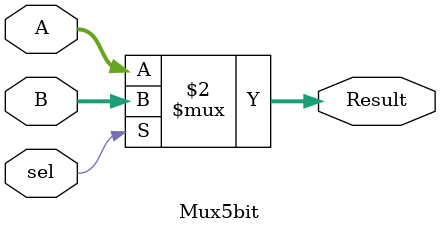
<source format=v>

module Mux5bit(
    input [4:0] A , 
    input [4:0] B , 
    input sel , 
    output [4:0] Result 
    );
    assign Result = (sel == 0) ? A : B ; 
endmodule
</source>
